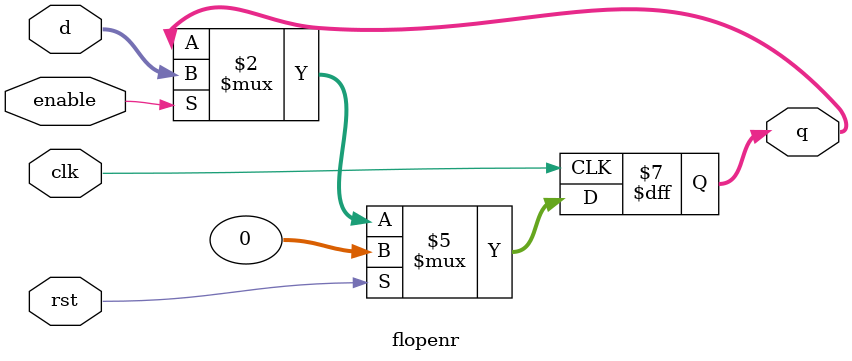
<source format=v>
`timescale 1ns/1ps

module flopenr #(parameter  WIDTH=32)(
    input clk,rst,enable,
    input [WIDTH-1:0]d,
    output reg[WIDTH-1:0]q
);
    always @(posedge clk) begin
        if (rst) begin
            q<=0;
        end else if (enable) begin
            q<=d;
        end
    end
endmodule
</source>
